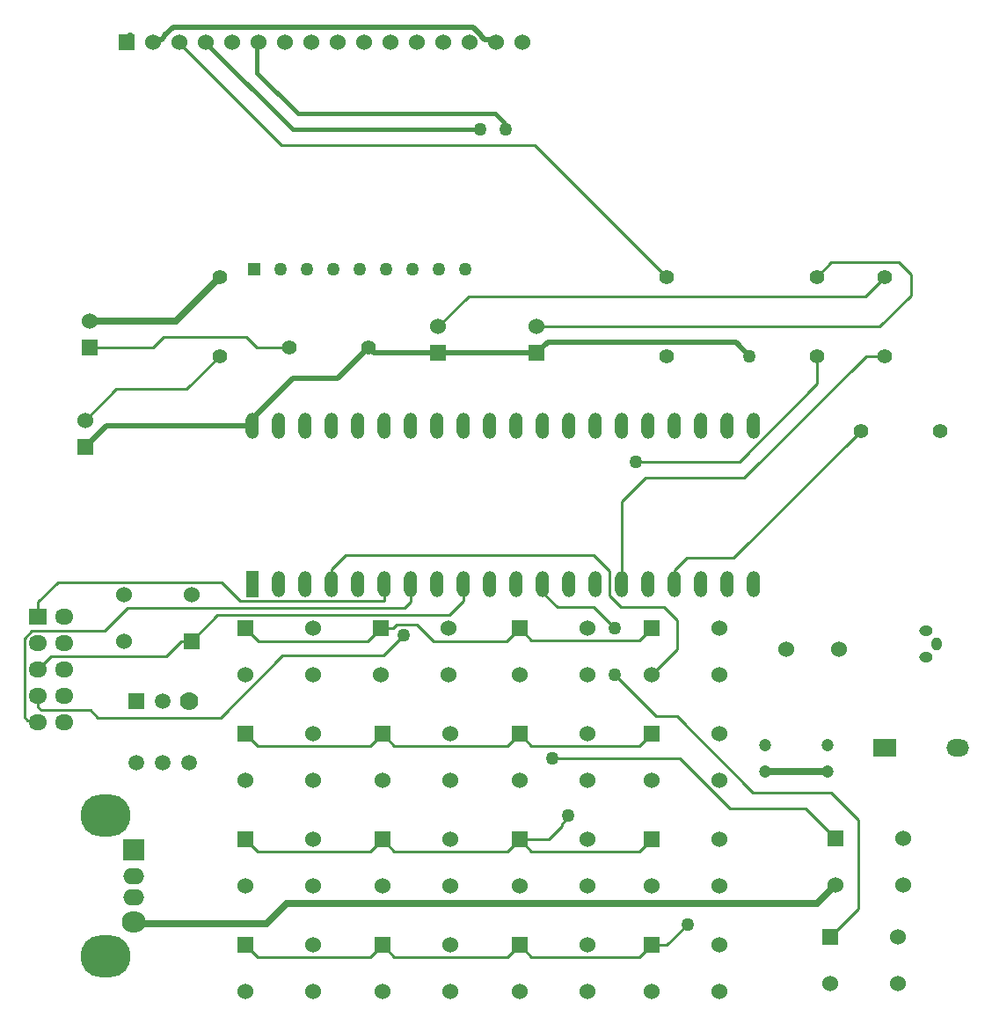
<source format=gbl>
G04*
G04 #@! TF.GenerationSoftware,Altium Limited,Altium Designer,21.7.2 (23)*
G04*
G04 Layer_Physical_Order=2*
G04 Layer_Color=16711680*
%FSLAX25Y25*%
%MOIN*%
G70*
G04*
G04 #@! TF.SameCoordinates,4245895C-60D9-4ACE-B086-DDBF023E6942*
G04*
G04*
G04 #@! TF.FilePolarity,Positive*
G04*
G01*
G75*
%ADD10C,0.01000*%
%ADD35C,0.02000*%
%ADD36C,0.02500*%
%ADD37C,0.01500*%
%ADD38C,0.05512*%
%ADD39R,0.06000X0.06000*%
%ADD40C,0.06000*%
%ADD41R,0.06000X0.06000*%
%ADD42R,0.05000X0.05000*%
%ADD43C,0.05000*%
%ADD44R,0.05000X0.10000*%
%ADD45O,0.05000X0.10000*%
%ADD46R,0.08000X0.08000*%
%ADD47O,0.08000X0.06000*%
%ADD48O,0.09000X0.08000*%
%ADD49O,0.19000X0.16000*%
%ADD50O,0.08661X0.06500*%
%ADD51R,0.08661X0.06500*%
%ADD52O,0.05118X0.03937*%
%ADD53O,0.03937X0.05118*%
%ADD54C,0.04724*%
%ADD55O,0.07000X0.06000*%
%ADD56R,0.07000X0.06000*%
%ADD57R,0.05906X0.05906*%
%ADD58C,0.05906*%
%ADD59C,0.07000*%
D10*
X132169Y177165D02*
X226303D01*
X127008Y172004D02*
X132169Y177165D01*
X226303D02*
X232283Y171185D01*
X236634Y157480D02*
X252988D01*
X257874Y152594D01*
X232283Y161831D02*
X236634Y157480D01*
X232283Y161831D02*
Y171185D01*
X212598Y157480D02*
X226378D01*
X234252Y149606D01*
X207008Y163071D02*
Y166378D01*
Y163071D02*
X212598Y157480D01*
X258878Y100394D02*
X278096Y81175D01*
X210630Y100394D02*
X258878D01*
X278096Y81175D02*
X306620D01*
X317913Y69882D01*
X250000Y116142D02*
X257874D01*
X286684Y87332D01*
X316236D01*
X198213Y109549D02*
X202729Y105032D01*
X243696D02*
X248213Y109549D01*
X202729Y105032D02*
X243696D01*
X209313Y69549D02*
X214338Y74574D01*
Y75460D02*
X216535Y77658D01*
X214338Y74574D02*
Y75460D01*
X216535Y77658D02*
Y78740D01*
X198213Y69549D02*
X209313D01*
X248213Y29549D02*
X253958D01*
X261811Y37402D01*
X243696Y25032D02*
X248213Y29549D01*
X234189Y131890D02*
X234252D01*
X250000Y116142D01*
X326772Y43307D02*
Y76797D01*
X315945Y32480D02*
X326772Y43307D01*
X316236Y87332D02*
X326772Y76797D01*
X108110Y332677D02*
X203976D01*
X253937Y282716D01*
X68740Y372047D02*
X108110Y332677D01*
X316439Y288132D02*
X341789D01*
X311024Y282716D02*
X316439Y288132D01*
X329230Y275332D02*
X336614Y282716D01*
X341789Y288132D02*
X346457Y283465D01*
Y275590D02*
Y283465D01*
X334646Y263779D02*
X346457Y275590D01*
X204724Y263779D02*
X334646D01*
X178876Y275332D02*
X329230D01*
X311024Y242126D02*
Y252716D01*
X329488D02*
X336614D01*
X237008Y197638D02*
X245991Y206621D01*
X237008Y166378D02*
Y197638D01*
X245991Y206621D02*
X283392D01*
X329488Y252716D01*
X242126Y212598D02*
X281496D01*
X311024Y242126D01*
X127008Y166378D02*
Y172004D01*
X257008Y171732D02*
X261479Y176204D01*
X279314D01*
X257008Y166378D02*
Y171732D01*
X257874Y141494D02*
Y152594D01*
X248213Y131832D02*
X257874Y141494D01*
X11760Y114734D02*
X14872D01*
X10736Y115758D02*
X11760Y114734D01*
X14872D02*
X15748Y113858D01*
X10736Y115758D02*
Y145732D01*
X72087Y240158D02*
X84646Y252716D01*
X33465Y228346D02*
X45276Y240158D01*
X72087D01*
X63173Y259842D02*
X94626D01*
X98563Y255906D01*
X59236D02*
X63173Y259842D01*
X98563Y255906D02*
X110984D01*
X35433D02*
X59236D01*
X167323Y263779D02*
X178876Y275332D01*
X141728Y25032D02*
X146244Y29549D01*
X98792Y25032D02*
X141728D01*
X94276Y29549D02*
X98792Y25032D01*
X193696D02*
X198213Y29549D01*
X150761Y25032D02*
X193696D01*
X146244Y29549D02*
X150761Y25032D01*
X198213Y29549D02*
X202729Y25032D01*
X243696D01*
X141728Y65032D02*
X146244Y69549D01*
X98792Y65032D02*
X141728D01*
X94276Y69549D02*
X98792Y65032D01*
X193696D02*
X198213Y69549D01*
X150761Y65032D02*
X193696D01*
X146244Y69549D02*
X150761Y65032D01*
X198213Y69549D02*
X202729Y65032D01*
X243696D01*
X248213Y69549D01*
X141728Y105032D02*
X146244Y109549D01*
X98792Y105032D02*
X141728D01*
X94276Y109549D02*
X98792Y105032D01*
X193696D02*
X198213Y109549D01*
X150761Y105032D02*
X193696D01*
X146244Y109549D02*
X150761Y105032D01*
X198213Y149549D02*
X202729Y145032D01*
X243696D01*
X248213Y149549D01*
X140695Y144632D02*
X145669Y149606D01*
X99192Y144632D02*
X140695D01*
X94276Y149549D02*
X99192Y144632D01*
X279314Y176204D02*
X327520Y224410D01*
X145669Y149606D02*
X150402D01*
X151755Y150959D01*
X159187D01*
X165513Y144632D01*
X193296D01*
X198213Y149549D01*
X146636Y139132D02*
X154436Y146932D01*
X108436Y139132D02*
X146636D01*
X85036Y115732D02*
X108436Y139132D01*
X38336Y115732D02*
X85036D01*
X35636Y118432D02*
X38336Y115732D01*
X17048Y118432D02*
X35636D01*
X15748Y119732D02*
X17048Y118432D01*
X15748Y119732D02*
Y123858D01*
X177008Y159832D02*
Y166378D01*
X171708Y154532D02*
X177008Y159832D01*
X83666Y154532D02*
X171708D01*
X73819Y144685D02*
X83666Y154532D01*
X10736Y145732D02*
X13436Y148432D01*
X40836D01*
X49636Y157232D01*
X154508D01*
X157008Y159732D01*
Y166378D01*
X70089Y144685D02*
X73819D01*
X64236Y138832D02*
X70089Y144685D01*
X20648Y138832D02*
X64236D01*
X15748Y133932D02*
X20648Y138832D01*
X15748Y133858D02*
Y133932D01*
X147008Y159832D02*
Y166378D01*
X92236Y159832D02*
X147008D01*
X85136Y166932D02*
X92236Y159832D01*
X23248Y166932D02*
X85136D01*
X15748Y159432D02*
X23248Y166932D01*
X15748Y153858D02*
Y159432D01*
D35*
X97008Y228898D02*
X112205Y244094D01*
X97008Y226378D02*
Y228898D01*
X112205Y244094D02*
X129173D01*
X66996Y377374D02*
X180484D01*
X183740Y374118D01*
X63740D02*
X66996Y377374D01*
X129173Y244094D02*
X140984Y255906D01*
X62569Y372704D02*
X63740Y373876D01*
X59633Y372704D02*
X62569D01*
X58976Y372047D02*
X59633Y372704D01*
X183740Y373876D02*
X184912Y372704D01*
X188320D02*
X188976Y372047D01*
X63740Y373876D02*
Y374118D01*
X183740Y373876D02*
Y374118D01*
X184912Y372704D02*
X188320D01*
X41496Y226378D02*
X97008D01*
X33465Y218347D02*
X41496Y226378D01*
X280217Y257932D02*
X285433Y252716D01*
X208877Y257932D02*
X280217D01*
X204724Y253780D02*
X208877Y257932D01*
X143110Y253780D02*
X167323D01*
X140984Y255906D02*
X143110Y253780D01*
X167323D02*
X204724D01*
D36*
X110080Y45276D02*
X311023D01*
X102422Y37618D02*
X110080Y45276D01*
X311023D02*
X317913Y52166D01*
X48740Y372047D02*
X50490Y373797D01*
X53150Y37618D02*
X102422D01*
X35433Y265905D02*
X67835D01*
X84646Y282716D01*
X291339Y95394D02*
X314961D01*
D37*
X112205Y338583D02*
X183173D01*
X98740Y359921D02*
X114173Y344488D01*
X188976D01*
X98740Y359921D02*
Y372047D01*
X78740D02*
X112205Y338583D01*
X188976Y344488D02*
X192244Y341221D01*
Y339252D02*
X192913Y338583D01*
X192244Y339252D02*
Y341221D01*
D38*
X84646Y252716D02*
D03*
Y282716D02*
D03*
X336614D02*
D03*
Y252716D02*
D03*
X311024Y282716D02*
D03*
Y252716D02*
D03*
X253937Y282716D02*
D03*
X357520Y224410D02*
D03*
X327520D02*
D03*
X140984Y255906D02*
D03*
X110984D02*
D03*
X253937Y252716D02*
D03*
D39*
X248213Y29549D02*
D03*
X49173Y371614D02*
D03*
X94276Y149549D02*
D03*
X145669Y149606D02*
D03*
X248213Y149549D02*
D03*
X198213D02*
D03*
X146244Y29549D02*
D03*
Y69549D02*
D03*
X94276Y29549D02*
D03*
Y69549D02*
D03*
X198213Y109549D02*
D03*
X146244D02*
D03*
X248213D02*
D03*
X198213Y29549D02*
D03*
Y69549D02*
D03*
X248213D02*
D03*
X94276Y109549D02*
D03*
X73819Y144685D02*
D03*
X315945Y32480D02*
D03*
X317913Y69882D02*
D03*
D40*
X248213Y11832D02*
D03*
X273803Y29549D02*
D03*
Y11832D02*
D03*
X204724Y263779D02*
D03*
X59173Y371614D02*
D03*
X79173D02*
D03*
X89173D02*
D03*
X99173D02*
D03*
X109173D02*
D03*
X119173D02*
D03*
X129173D02*
D03*
X139173D02*
D03*
X149173D02*
D03*
X159173D02*
D03*
X169173D02*
D03*
X179173D02*
D03*
X189173D02*
D03*
X199173D02*
D03*
X69173D02*
D03*
X319213Y141732D02*
D03*
X299213D02*
D03*
X94276Y131832D02*
D03*
X119866Y149549D02*
D03*
Y131832D02*
D03*
X145669Y131890D02*
D03*
X171260Y149606D02*
D03*
Y131890D02*
D03*
X248213Y131832D02*
D03*
X273803Y149549D02*
D03*
Y131832D02*
D03*
X198213D02*
D03*
X223803Y149549D02*
D03*
Y131832D02*
D03*
X167323Y263779D02*
D03*
X35433Y265905D02*
D03*
X33465Y228346D02*
D03*
X171835Y11832D02*
D03*
Y29549D02*
D03*
X146244Y11832D02*
D03*
X171835Y51832D02*
D03*
Y69549D02*
D03*
X146244Y51832D02*
D03*
X119866Y11832D02*
D03*
Y29549D02*
D03*
X94276Y11832D02*
D03*
X119866Y51832D02*
D03*
Y69549D02*
D03*
X94276Y51832D02*
D03*
X223803Y91832D02*
D03*
Y109549D02*
D03*
X198213Y91832D02*
D03*
X171835D02*
D03*
Y109549D02*
D03*
X146244Y91832D02*
D03*
X273803D02*
D03*
Y109549D02*
D03*
X248213Y91832D02*
D03*
X223803Y11832D02*
D03*
Y29549D02*
D03*
X198213Y11832D02*
D03*
X223803Y51832D02*
D03*
Y69549D02*
D03*
X198213Y51832D02*
D03*
X273803D02*
D03*
Y69549D02*
D03*
X248213Y51832D02*
D03*
X119866Y91832D02*
D03*
Y109549D02*
D03*
X94276Y91832D02*
D03*
X48228Y162401D02*
D03*
Y144685D02*
D03*
X73819Y162401D02*
D03*
X315945Y14764D02*
D03*
X341535Y32480D02*
D03*
Y14764D02*
D03*
X317913Y52166D02*
D03*
X343504Y69882D02*
D03*
Y52166D02*
D03*
D41*
X204724Y253780D02*
D03*
X167323D02*
D03*
X35433Y255906D02*
D03*
X33465Y218347D02*
D03*
D42*
X97480Y285433D02*
D03*
D43*
X107480D02*
D03*
X117480D02*
D03*
X177480D02*
D03*
X127480D02*
D03*
X137480D02*
D03*
X147480D02*
D03*
X157480D02*
D03*
X167480D02*
D03*
X234252Y149606D02*
D03*
X210630Y100394D02*
D03*
X216535Y78740D02*
D03*
X261811Y37402D02*
D03*
X183173Y338583D02*
D03*
X234189Y131890D02*
D03*
X242126Y212598D02*
D03*
X192913Y338583D02*
D03*
X285433Y252716D02*
D03*
X154436Y146932D02*
D03*
D44*
X97008Y166378D02*
D03*
D45*
X107008D02*
D03*
X117008D02*
D03*
X127008D02*
D03*
X137008D02*
D03*
X147008D02*
D03*
X157008D02*
D03*
X167008D02*
D03*
X177008D02*
D03*
X187008D02*
D03*
X197008D02*
D03*
X207008D02*
D03*
X217008D02*
D03*
X227008D02*
D03*
X237008D02*
D03*
X247008D02*
D03*
X257008D02*
D03*
X267008D02*
D03*
X277008D02*
D03*
X287008D02*
D03*
X97008Y226378D02*
D03*
X107008D02*
D03*
X117008D02*
D03*
X127008D02*
D03*
X137008D02*
D03*
X147008D02*
D03*
X157008D02*
D03*
X167008D02*
D03*
X177008D02*
D03*
X187008D02*
D03*
X197008D02*
D03*
X207008D02*
D03*
X217008D02*
D03*
X227008D02*
D03*
X237008D02*
D03*
X247008D02*
D03*
X257008D02*
D03*
X267008D02*
D03*
X277008D02*
D03*
X287008D02*
D03*
D46*
X52039Y65740D02*
D03*
D47*
Y55740D02*
D03*
Y47740D02*
D03*
D48*
Y38240D02*
D03*
D49*
X41339Y25240D02*
D03*
Y78740D02*
D03*
D50*
X364173Y104331D02*
D03*
D51*
X336614D02*
D03*
D52*
X352362Y148701D02*
D03*
Y138701D02*
D03*
D53*
X356362Y143701D02*
D03*
D54*
X314961Y105394D02*
D03*
Y95394D02*
D03*
X291339Y105394D02*
D03*
Y95394D02*
D03*
D55*
X25748Y113858D02*
D03*
X15748D02*
D03*
X25748Y123858D02*
D03*
X15748D02*
D03*
X25748Y133858D02*
D03*
X15748D02*
D03*
X25748Y143858D02*
D03*
X15748D02*
D03*
X25748Y153858D02*
D03*
D56*
X15748D02*
D03*
D57*
X52992Y122047D02*
D03*
D58*
X62992D02*
D03*
X72992Y98425D02*
D03*
X62992D02*
D03*
X52992D02*
D03*
D59*
X72992Y122047D02*
D03*
M02*

</source>
